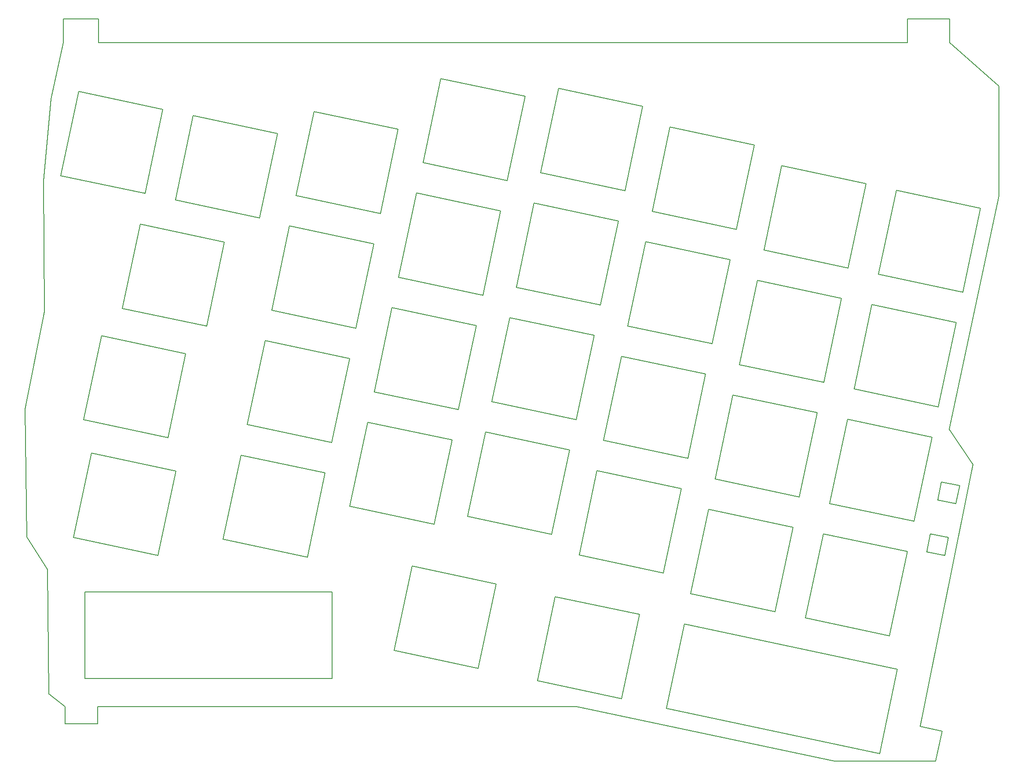
<source format=gbr>
G04 #@! TF.GenerationSoftware,KiCad,Pcbnew,(5.1.5-0-10_14)*
G04 #@! TF.CreationDate,2020-04-18T18:34:13+09:00*
G04 #@! TF.ProjectId,colice_pcb_left_keyplate,636f6c69-6365-45f7-9063-625f6c656674,rev?*
G04 #@! TF.SameCoordinates,Original*
G04 #@! TF.FileFunction,Profile,NP*
%FSLAX46Y46*%
G04 Gerber Fmt 4.6, Leading zero omitted, Abs format (unit mm)*
G04 Created by KiCad (PCBNEW (5.1.5-0-10_14)) date 2020-04-18 18:34:13*
%MOMM*%
%LPD*%
G04 APERTURE LIST*
%ADD10C,0.200000*%
G04 APERTURE END LIST*
D10*
X186804476Y-119442993D02*
X187543144Y-115967852D01*
X190279627Y-120181660D02*
X186804476Y-119442993D01*
X191018296Y-116706518D02*
X190279627Y-120181660D01*
X187543144Y-115967852D02*
X191018296Y-116706518D01*
X188929209Y-109447439D02*
X189667878Y-105972297D01*
X192404361Y-110186105D02*
X188929209Y-109447439D01*
X193143029Y-106710963D02*
X192404361Y-110186105D01*
X189667878Y-105972297D02*
X193143029Y-106710963D01*
X136702742Y-149565589D02*
X140149961Y-133347758D01*
X177744715Y-158289314D02*
X136702742Y-149565589D01*
X181191936Y-142071483D02*
X177744715Y-158289314D01*
X140149961Y-133347758D02*
X181191936Y-142071483D01*
X172841517Y-88054935D02*
X176288737Y-71837104D01*
X189059395Y-91502146D02*
X172841517Y-88054935D01*
X192506615Y-75284314D02*
X189059395Y-91502146D01*
X176288737Y-71837104D02*
X192506615Y-75284314D01*
X168151044Y-110121791D02*
X171598264Y-93903959D01*
X184368922Y-113569001D02*
X168151044Y-110121791D01*
X187816142Y-97351169D02*
X184368922Y-113569001D01*
X171598264Y-93903959D02*
X187816142Y-97351169D01*
X163460505Y-132188953D02*
X166907725Y-115971121D01*
X179678383Y-135636163D02*
X163460505Y-132188953D01*
X183125603Y-119418331D02*
X179678383Y-135636163D01*
X166907725Y-115971121D02*
X183125603Y-119418331D01*
X141393280Y-127498427D02*
X144840500Y-111280596D01*
X157611158Y-130945638D02*
X141393280Y-127498427D01*
X161058378Y-114727806D02*
X157611158Y-130945638D01*
X144840500Y-111280596D02*
X161058378Y-114727806D01*
X146083819Y-105431266D02*
X149531039Y-89213434D01*
X162301697Y-108878476D02*
X146083819Y-105431266D01*
X165748917Y-92660644D02*
X162301697Y-108878476D01*
X149531039Y-89213434D02*
X165748917Y-92660644D01*
X150774292Y-83364410D02*
X154221512Y-67146579D01*
X166992170Y-86811620D02*
X150774292Y-83364410D01*
X170439390Y-70593789D02*
X166992170Y-86811620D01*
X154221512Y-67146579D02*
X170439390Y-70593789D01*
X124602586Y-97983878D02*
X128049806Y-81766046D01*
X140820463Y-101431088D02*
X124602586Y-97983878D01*
X144267684Y-85213256D02*
X140820463Y-101431088D01*
X128049806Y-81766046D02*
X144267684Y-85213256D01*
X129293124Y-75916716D02*
X132740344Y-59698884D01*
X145511002Y-79363926D02*
X129293124Y-75916716D01*
X148958222Y-63146095D02*
X145511002Y-79363926D01*
X132740344Y-59698884D02*
X148958222Y-63146095D01*
X101878685Y-96382755D02*
X118096563Y-99829965D01*
X75777903Y-110670054D02*
X79225124Y-94452223D01*
X91995781Y-114117265D02*
X75777903Y-110670054D01*
X95443001Y-97899433D02*
X91995781Y-114117265D01*
X111259697Y-52248738D02*
X127477575Y-55695948D01*
X85158981Y-66535731D02*
X88606201Y-50317899D01*
X101376858Y-69982941D02*
X85158981Y-66535731D01*
X104824079Y-53765110D02*
X101376858Y-69982941D01*
X88606201Y-50317899D02*
X104824079Y-53765110D01*
X60746486Y-72878788D02*
X64193706Y-56660955D01*
X76964364Y-76325997D02*
X60746486Y-72878788D01*
X119912047Y-120051040D02*
X123359267Y-103833208D01*
X136129925Y-123498250D02*
X119912047Y-120051040D01*
X139577145Y-107280418D02*
X136129925Y-123498250D01*
X123359267Y-103833208D02*
X139577145Y-107280418D01*
X111875581Y-144288423D02*
X115322801Y-128070591D01*
X128093459Y-147735633D02*
X111875581Y-144288423D01*
X131540679Y-131517801D02*
X128093459Y-147735633D01*
X115322801Y-128070591D02*
X131540679Y-131517801D01*
X84291857Y-138425332D02*
X87739077Y-122207500D01*
X100509734Y-141872542D02*
X84291857Y-138425332D01*
X103956955Y-125654710D02*
X100509734Y-141872542D01*
X87739077Y-122207500D02*
X103956955Y-125654710D01*
X98431465Y-112600587D02*
X101878685Y-96382755D01*
X114649343Y-116047797D02*
X98431465Y-112600587D01*
X118096563Y-99829965D02*
X114649343Y-116047797D01*
X79225124Y-94452223D02*
X95443001Y-97899433D01*
X80468442Y-88602893D02*
X83915662Y-72385061D01*
X96686320Y-92050103D02*
X80468442Y-88602893D01*
X100133540Y-75832272D02*
X96686320Y-92050103D01*
X83915662Y-72385061D02*
X100133540Y-75832272D01*
X103122004Y-90533425D02*
X106569224Y-74315593D01*
X119339881Y-93980635D02*
X103122004Y-90533425D01*
X122787102Y-77762804D02*
X119339881Y-93980635D01*
X106569224Y-74315593D02*
X122787102Y-77762804D01*
X107812477Y-68466570D02*
X111259697Y-52248738D01*
X124030355Y-71913780D02*
X107812477Y-68466570D01*
X127477575Y-55695948D02*
X124030355Y-71913780D01*
X20635464Y-16790252D02*
X20635464Y-21315012D01*
X27408665Y-16790252D02*
X20635464Y-16790252D01*
X27408665Y-21315012D02*
X27408665Y-16790252D01*
X21008201Y-149239635D02*
X21008201Y-152585356D01*
X17819086Y-146774589D02*
X21008201Y-149239635D01*
X17619593Y-122881003D02*
X17819086Y-146774589D01*
X13619534Y-116544115D02*
X17619593Y-122881003D01*
X13234445Y-91957648D02*
X13619534Y-116544115D01*
X16952557Y-73190663D02*
X13234445Y-91957648D01*
X169041230Y-159726299D02*
X188558536Y-159726299D01*
X119470527Y-149237231D02*
X169041230Y-159726299D01*
X27234185Y-149237231D02*
X119470527Y-149237231D01*
X27234185Y-152582652D02*
X27234185Y-149237231D01*
X21008201Y-152585356D02*
X27234185Y-152582652D01*
X24744775Y-127183034D02*
X72345880Y-127183034D01*
X191187464Y-95856532D02*
X191187464Y-95856532D01*
X195716828Y-102585533D02*
X191187464Y-95856532D01*
X185559651Y-153091045D02*
X195716828Y-102585533D01*
X189778040Y-153987945D02*
X185559651Y-153091045D01*
X188558536Y-159726299D02*
X189778040Y-153987945D01*
X191187464Y-95856532D02*
X200740602Y-50913300D01*
X16805562Y-47988536D02*
X16952557Y-73190663D01*
X18254822Y-32143610D02*
X16805562Y-47988536D01*
X20635464Y-21315012D02*
X18254822Y-32143610D01*
X183073087Y-21315012D02*
X27408665Y-21315012D01*
X183073087Y-16790252D02*
X183073087Y-21315012D01*
X191219889Y-16790252D02*
X183073087Y-16790252D01*
X80411584Y-60108165D02*
X76964364Y-76325997D01*
X64193706Y-56660955D02*
X80411584Y-60108165D01*
X56055948Y-94945948D02*
X59503168Y-78728117D01*
X72273826Y-98393159D02*
X56055948Y-94945948D01*
X75721046Y-82175327D02*
X72273826Y-98393159D01*
X59503168Y-78728117D02*
X75721046Y-82175327D01*
X51365409Y-117013110D02*
X54812629Y-100795279D01*
X67583287Y-120460320D02*
X51365409Y-117013110D01*
X71030507Y-104242489D02*
X67583287Y-120460320D01*
X54812629Y-100795279D02*
X71030507Y-104242489D01*
X22608743Y-116666744D02*
X26055963Y-100448913D01*
X38826621Y-120113955D02*
X22608743Y-116666744D01*
X42273841Y-103896123D02*
X38826621Y-120113955D01*
X26055963Y-100448913D02*
X42273841Y-103896123D01*
X24546702Y-94014505D02*
X27993922Y-77796673D01*
X40757224Y-97460151D02*
X24546702Y-94014505D01*
X44204444Y-81242320D02*
X40757224Y-97460151D01*
X27993922Y-77796673D02*
X44204444Y-81242320D01*
X31989820Y-72532421D02*
X35437040Y-56314589D01*
X48207698Y-75979631D02*
X31989820Y-72532421D01*
X51654918Y-59761799D02*
X48207698Y-75979631D01*
X35437040Y-56314589D02*
X51654918Y-59761799D01*
X20129940Y-46947365D02*
X23577160Y-30729534D01*
X36347818Y-50394575D02*
X20129940Y-46947365D01*
X39795038Y-34176744D02*
X36347818Y-50394575D01*
X23577160Y-30729534D02*
X39795038Y-34176744D01*
X42197165Y-51637890D02*
X45644385Y-35420059D01*
X58415043Y-55085100D02*
X42197165Y-51637890D01*
X61862263Y-38867269D02*
X58415043Y-55085100D01*
X45644385Y-35420059D02*
X61862263Y-38867269D01*
X65437025Y-50811625D02*
X68884245Y-34593793D01*
X81654903Y-54258835D02*
X65437025Y-50811625D01*
X85102123Y-38041003D02*
X81654903Y-54258835D01*
X68884245Y-34593793D02*
X85102123Y-38041003D01*
X89849454Y-44468875D02*
X93296674Y-28251044D01*
X106067332Y-47916086D02*
X89849454Y-44468875D01*
X109514552Y-31698254D02*
X106067332Y-47916086D01*
X93296674Y-28251044D02*
X109514552Y-31698254D01*
X112503015Y-46399408D02*
X115950236Y-30181576D01*
X128720893Y-49846618D02*
X112503015Y-46399408D01*
X132168113Y-33628786D02*
X128720893Y-49846618D01*
X115950236Y-30181576D02*
X132168113Y-33628786D01*
X133983597Y-53849861D02*
X137430818Y-37632029D01*
X150201475Y-57297071D02*
X133983597Y-53849861D01*
X153648695Y-41079239D02*
X150201475Y-57297071D01*
X137430818Y-37632029D02*
X153648695Y-41079239D01*
X155464831Y-61297248D02*
X158912051Y-45079417D01*
X171682709Y-64744459D02*
X155464831Y-61297248D01*
X175129929Y-48526627D02*
X171682709Y-64744459D01*
X158912051Y-45079417D02*
X175129929Y-48526627D01*
X177532056Y-65987774D02*
X180979276Y-49769942D01*
X193749934Y-69434984D02*
X177532056Y-65987774D01*
X197197154Y-53217152D02*
X193749934Y-69434984D01*
X180979276Y-49769942D02*
X197197154Y-53217152D01*
X24744775Y-143807982D02*
X24744775Y-127183034D01*
X72345880Y-143807982D02*
X24744775Y-143807982D01*
X72345880Y-127183034D02*
X72345880Y-143807982D01*
X191219889Y-21315012D02*
X191219889Y-16790252D01*
X200740602Y-29685174D02*
X191219889Y-21315012D01*
X200740602Y-50913300D02*
X200740602Y-29685174D01*
M02*

</source>
